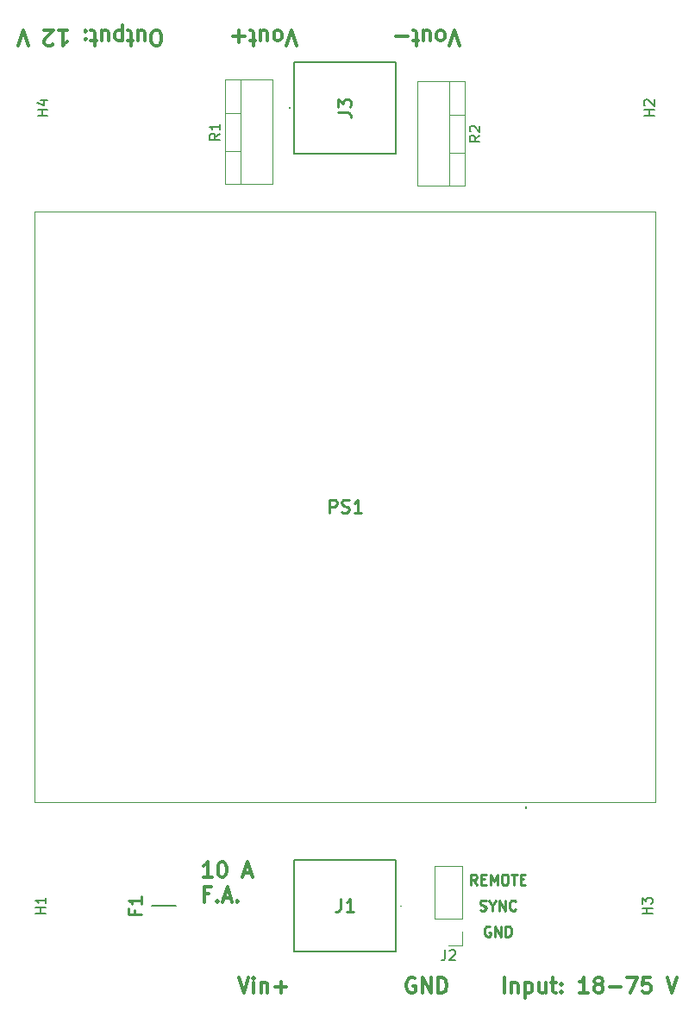
<source format=gbr>
%TF.GenerationSoftware,KiCad,Pcbnew,7.0.1*%
%TF.CreationDate,2023-05-04T12:41:10+02:00*%
%TF.ProjectId,traco_breakout_minimal,74726163-6f5f-4627-9265-616b6f75745f,rev?*%
%TF.SameCoordinates,Original*%
%TF.FileFunction,Legend,Top*%
%TF.FilePolarity,Positive*%
%FSLAX46Y46*%
G04 Gerber Fmt 4.6, Leading zero omitted, Abs format (unit mm)*
G04 Created by KiCad (PCBNEW 7.0.1) date 2023-05-04 12:41:10*
%MOMM*%
%LPD*%
G01*
G04 APERTURE LIST*
%ADD10C,0.300000*%
%ADD11C,0.250000*%
%ADD12C,0.150000*%
%ADD13C,0.254000*%
%ADD14C,0.120000*%
%ADD15C,0.100000*%
%ADD16C,0.200000*%
G04 APERTURE END LIST*
D10*
X120535714Y-146193928D02*
X121035714Y-147693928D01*
X121035714Y-147693928D02*
X121535714Y-146193928D01*
X122035713Y-147693928D02*
X122035713Y-146693928D01*
X122035713Y-146193928D02*
X121964285Y-146265357D01*
X121964285Y-146265357D02*
X122035713Y-146336785D01*
X122035713Y-146336785D02*
X122107142Y-146265357D01*
X122107142Y-146265357D02*
X122035713Y-146193928D01*
X122035713Y-146193928D02*
X122035713Y-146336785D01*
X122749999Y-146693928D02*
X122749999Y-147693928D01*
X122749999Y-146836785D02*
X122821428Y-146765357D01*
X122821428Y-146765357D02*
X122964285Y-146693928D01*
X122964285Y-146693928D02*
X123178571Y-146693928D01*
X123178571Y-146693928D02*
X123321428Y-146765357D01*
X123321428Y-146765357D02*
X123392857Y-146908214D01*
X123392857Y-146908214D02*
X123392857Y-147693928D01*
X124107142Y-147122500D02*
X125250000Y-147122500D01*
X124678571Y-147693928D02*
X124678571Y-146551071D01*
X137857143Y-146265357D02*
X137714286Y-146193928D01*
X137714286Y-146193928D02*
X137500000Y-146193928D01*
X137500000Y-146193928D02*
X137285714Y-146265357D01*
X137285714Y-146265357D02*
X137142857Y-146408214D01*
X137142857Y-146408214D02*
X137071428Y-146551071D01*
X137071428Y-146551071D02*
X137000000Y-146836785D01*
X137000000Y-146836785D02*
X137000000Y-147051071D01*
X137000000Y-147051071D02*
X137071428Y-147336785D01*
X137071428Y-147336785D02*
X137142857Y-147479642D01*
X137142857Y-147479642D02*
X137285714Y-147622500D01*
X137285714Y-147622500D02*
X137500000Y-147693928D01*
X137500000Y-147693928D02*
X137642857Y-147693928D01*
X137642857Y-147693928D02*
X137857143Y-147622500D01*
X137857143Y-147622500D02*
X137928571Y-147551071D01*
X137928571Y-147551071D02*
X137928571Y-147051071D01*
X137928571Y-147051071D02*
X137642857Y-147051071D01*
X138571428Y-147693928D02*
X138571428Y-146193928D01*
X138571428Y-146193928D02*
X139428571Y-147693928D01*
X139428571Y-147693928D02*
X139428571Y-146193928D01*
X140142857Y-147693928D02*
X140142857Y-146193928D01*
X140142857Y-146193928D02*
X140500000Y-146193928D01*
X140500000Y-146193928D02*
X140714286Y-146265357D01*
X140714286Y-146265357D02*
X140857143Y-146408214D01*
X140857143Y-146408214D02*
X140928572Y-146551071D01*
X140928572Y-146551071D02*
X141000000Y-146836785D01*
X141000000Y-146836785D02*
X141000000Y-147051071D01*
X141000000Y-147051071D02*
X140928572Y-147336785D01*
X140928572Y-147336785D02*
X140857143Y-147479642D01*
X140857143Y-147479642D02*
X140714286Y-147622500D01*
X140714286Y-147622500D02*
X140500000Y-147693928D01*
X140500000Y-147693928D02*
X140142857Y-147693928D01*
X142214285Y-54806071D02*
X141714285Y-53306071D01*
X141714285Y-53306071D02*
X141214285Y-54806071D01*
X140500000Y-53306071D02*
X140642857Y-53377500D01*
X140642857Y-53377500D02*
X140714286Y-53448928D01*
X140714286Y-53448928D02*
X140785714Y-53591785D01*
X140785714Y-53591785D02*
X140785714Y-54020357D01*
X140785714Y-54020357D02*
X140714286Y-54163214D01*
X140714286Y-54163214D02*
X140642857Y-54234642D01*
X140642857Y-54234642D02*
X140500000Y-54306071D01*
X140500000Y-54306071D02*
X140285714Y-54306071D01*
X140285714Y-54306071D02*
X140142857Y-54234642D01*
X140142857Y-54234642D02*
X140071429Y-54163214D01*
X140071429Y-54163214D02*
X140000000Y-54020357D01*
X140000000Y-54020357D02*
X140000000Y-53591785D01*
X140000000Y-53591785D02*
X140071429Y-53448928D01*
X140071429Y-53448928D02*
X140142857Y-53377500D01*
X140142857Y-53377500D02*
X140285714Y-53306071D01*
X140285714Y-53306071D02*
X140500000Y-53306071D01*
X138714286Y-54306071D02*
X138714286Y-53306071D01*
X139357143Y-54306071D02*
X139357143Y-53520357D01*
X139357143Y-53520357D02*
X139285714Y-53377500D01*
X139285714Y-53377500D02*
X139142857Y-53306071D01*
X139142857Y-53306071D02*
X138928571Y-53306071D01*
X138928571Y-53306071D02*
X138785714Y-53377500D01*
X138785714Y-53377500D02*
X138714286Y-53448928D01*
X138214285Y-54306071D02*
X137642857Y-54306071D01*
X138000000Y-54806071D02*
X138000000Y-53520357D01*
X138000000Y-53520357D02*
X137928571Y-53377500D01*
X137928571Y-53377500D02*
X137785714Y-53306071D01*
X137785714Y-53306071D02*
X137642857Y-53306071D01*
X137142857Y-53877500D02*
X136000000Y-53877500D01*
D11*
X144261905Y-139565000D02*
X144404762Y-139612619D01*
X144404762Y-139612619D02*
X144642857Y-139612619D01*
X144642857Y-139612619D02*
X144738095Y-139565000D01*
X144738095Y-139565000D02*
X144785714Y-139517380D01*
X144785714Y-139517380D02*
X144833333Y-139422142D01*
X144833333Y-139422142D02*
X144833333Y-139326904D01*
X144833333Y-139326904D02*
X144785714Y-139231666D01*
X144785714Y-139231666D02*
X144738095Y-139184047D01*
X144738095Y-139184047D02*
X144642857Y-139136428D01*
X144642857Y-139136428D02*
X144452381Y-139088809D01*
X144452381Y-139088809D02*
X144357143Y-139041190D01*
X144357143Y-139041190D02*
X144309524Y-138993571D01*
X144309524Y-138993571D02*
X144261905Y-138898333D01*
X144261905Y-138898333D02*
X144261905Y-138803095D01*
X144261905Y-138803095D02*
X144309524Y-138707857D01*
X144309524Y-138707857D02*
X144357143Y-138660238D01*
X144357143Y-138660238D02*
X144452381Y-138612619D01*
X144452381Y-138612619D02*
X144690476Y-138612619D01*
X144690476Y-138612619D02*
X144833333Y-138660238D01*
X145452381Y-139136428D02*
X145452381Y-139612619D01*
X145119048Y-138612619D02*
X145452381Y-139136428D01*
X145452381Y-139136428D02*
X145785714Y-138612619D01*
X146119048Y-139612619D02*
X146119048Y-138612619D01*
X146119048Y-138612619D02*
X146690476Y-139612619D01*
X146690476Y-139612619D02*
X146690476Y-138612619D01*
X147738095Y-139517380D02*
X147690476Y-139565000D01*
X147690476Y-139565000D02*
X147547619Y-139612619D01*
X147547619Y-139612619D02*
X147452381Y-139612619D01*
X147452381Y-139612619D02*
X147309524Y-139565000D01*
X147309524Y-139565000D02*
X147214286Y-139469761D01*
X147214286Y-139469761D02*
X147166667Y-139374523D01*
X147166667Y-139374523D02*
X147119048Y-139184047D01*
X147119048Y-139184047D02*
X147119048Y-139041190D01*
X147119048Y-139041190D02*
X147166667Y-138850714D01*
X147166667Y-138850714D02*
X147214286Y-138755476D01*
X147214286Y-138755476D02*
X147309524Y-138660238D01*
X147309524Y-138660238D02*
X147452381Y-138612619D01*
X147452381Y-138612619D02*
X147547619Y-138612619D01*
X147547619Y-138612619D02*
X147690476Y-138660238D01*
X147690476Y-138660238D02*
X147738095Y-138707857D01*
X143928571Y-137072619D02*
X143595238Y-136596428D01*
X143357143Y-137072619D02*
X143357143Y-136072619D01*
X143357143Y-136072619D02*
X143738095Y-136072619D01*
X143738095Y-136072619D02*
X143833333Y-136120238D01*
X143833333Y-136120238D02*
X143880952Y-136167857D01*
X143880952Y-136167857D02*
X143928571Y-136263095D01*
X143928571Y-136263095D02*
X143928571Y-136405952D01*
X143928571Y-136405952D02*
X143880952Y-136501190D01*
X143880952Y-136501190D02*
X143833333Y-136548809D01*
X143833333Y-136548809D02*
X143738095Y-136596428D01*
X143738095Y-136596428D02*
X143357143Y-136596428D01*
X144357143Y-136548809D02*
X144690476Y-136548809D01*
X144833333Y-137072619D02*
X144357143Y-137072619D01*
X144357143Y-137072619D02*
X144357143Y-136072619D01*
X144357143Y-136072619D02*
X144833333Y-136072619D01*
X145261905Y-137072619D02*
X145261905Y-136072619D01*
X145261905Y-136072619D02*
X145595238Y-136786904D01*
X145595238Y-136786904D02*
X145928571Y-136072619D01*
X145928571Y-136072619D02*
X145928571Y-137072619D01*
X146595238Y-136072619D02*
X146785714Y-136072619D01*
X146785714Y-136072619D02*
X146880952Y-136120238D01*
X146880952Y-136120238D02*
X146976190Y-136215476D01*
X146976190Y-136215476D02*
X147023809Y-136405952D01*
X147023809Y-136405952D02*
X147023809Y-136739285D01*
X147023809Y-136739285D02*
X146976190Y-136929761D01*
X146976190Y-136929761D02*
X146880952Y-137025000D01*
X146880952Y-137025000D02*
X146785714Y-137072619D01*
X146785714Y-137072619D02*
X146595238Y-137072619D01*
X146595238Y-137072619D02*
X146500000Y-137025000D01*
X146500000Y-137025000D02*
X146404762Y-136929761D01*
X146404762Y-136929761D02*
X146357143Y-136739285D01*
X146357143Y-136739285D02*
X146357143Y-136405952D01*
X146357143Y-136405952D02*
X146404762Y-136215476D01*
X146404762Y-136215476D02*
X146500000Y-136120238D01*
X146500000Y-136120238D02*
X146595238Y-136072619D01*
X147309524Y-136072619D02*
X147880952Y-136072619D01*
X147595238Y-137072619D02*
X147595238Y-136072619D01*
X148214286Y-136548809D02*
X148547619Y-136548809D01*
X148690476Y-137072619D02*
X148214286Y-137072619D01*
X148214286Y-137072619D02*
X148214286Y-136072619D01*
X148214286Y-136072619D02*
X148690476Y-136072619D01*
D10*
X117932857Y-136336428D02*
X117075714Y-136336428D01*
X117504285Y-136336428D02*
X117504285Y-134836428D01*
X117504285Y-134836428D02*
X117361428Y-135050714D01*
X117361428Y-135050714D02*
X117218571Y-135193571D01*
X117218571Y-135193571D02*
X117075714Y-135265000D01*
X118861428Y-134836428D02*
X119004285Y-134836428D01*
X119004285Y-134836428D02*
X119147142Y-134907857D01*
X119147142Y-134907857D02*
X119218571Y-134979285D01*
X119218571Y-134979285D02*
X119289999Y-135122142D01*
X119289999Y-135122142D02*
X119361428Y-135407857D01*
X119361428Y-135407857D02*
X119361428Y-135765000D01*
X119361428Y-135765000D02*
X119289999Y-136050714D01*
X119289999Y-136050714D02*
X119218571Y-136193571D01*
X119218571Y-136193571D02*
X119147142Y-136265000D01*
X119147142Y-136265000D02*
X119004285Y-136336428D01*
X119004285Y-136336428D02*
X118861428Y-136336428D01*
X118861428Y-136336428D02*
X118718571Y-136265000D01*
X118718571Y-136265000D02*
X118647142Y-136193571D01*
X118647142Y-136193571D02*
X118575713Y-136050714D01*
X118575713Y-136050714D02*
X118504285Y-135765000D01*
X118504285Y-135765000D02*
X118504285Y-135407857D01*
X118504285Y-135407857D02*
X118575713Y-135122142D01*
X118575713Y-135122142D02*
X118647142Y-134979285D01*
X118647142Y-134979285D02*
X118718571Y-134907857D01*
X118718571Y-134907857D02*
X118861428Y-134836428D01*
X121075713Y-135907857D02*
X121789999Y-135907857D01*
X120932856Y-136336428D02*
X121432856Y-134836428D01*
X121432856Y-134836428D02*
X121932856Y-136336428D01*
X117647142Y-137980714D02*
X117147142Y-137980714D01*
X117147142Y-138766428D02*
X117147142Y-137266428D01*
X117147142Y-137266428D02*
X117861428Y-137266428D01*
X118432856Y-138623571D02*
X118504285Y-138695000D01*
X118504285Y-138695000D02*
X118432856Y-138766428D01*
X118432856Y-138766428D02*
X118361428Y-138695000D01*
X118361428Y-138695000D02*
X118432856Y-138623571D01*
X118432856Y-138623571D02*
X118432856Y-138766428D01*
X119075714Y-138337857D02*
X119790000Y-138337857D01*
X118932857Y-138766428D02*
X119432857Y-137266428D01*
X119432857Y-137266428D02*
X119932857Y-138766428D01*
X120432856Y-138623571D02*
X120504285Y-138695000D01*
X120504285Y-138695000D02*
X120432856Y-138766428D01*
X120432856Y-138766428D02*
X120361428Y-138695000D01*
X120361428Y-138695000D02*
X120432856Y-138623571D01*
X120432856Y-138623571D02*
X120432856Y-138766428D01*
D11*
X145238095Y-141200238D02*
X145142857Y-141152619D01*
X145142857Y-141152619D02*
X145000000Y-141152619D01*
X145000000Y-141152619D02*
X144857143Y-141200238D01*
X144857143Y-141200238D02*
X144761905Y-141295476D01*
X144761905Y-141295476D02*
X144714286Y-141390714D01*
X144714286Y-141390714D02*
X144666667Y-141581190D01*
X144666667Y-141581190D02*
X144666667Y-141724047D01*
X144666667Y-141724047D02*
X144714286Y-141914523D01*
X144714286Y-141914523D02*
X144761905Y-142009761D01*
X144761905Y-142009761D02*
X144857143Y-142105000D01*
X144857143Y-142105000D02*
X145000000Y-142152619D01*
X145000000Y-142152619D02*
X145095238Y-142152619D01*
X145095238Y-142152619D02*
X145238095Y-142105000D01*
X145238095Y-142105000D02*
X145285714Y-142057380D01*
X145285714Y-142057380D02*
X145285714Y-141724047D01*
X145285714Y-141724047D02*
X145095238Y-141724047D01*
X145714286Y-142152619D02*
X145714286Y-141152619D01*
X145714286Y-141152619D02*
X146285714Y-142152619D01*
X146285714Y-142152619D02*
X146285714Y-141152619D01*
X146761905Y-142152619D02*
X146761905Y-141152619D01*
X146761905Y-141152619D02*
X147000000Y-141152619D01*
X147000000Y-141152619D02*
X147142857Y-141200238D01*
X147142857Y-141200238D02*
X147238095Y-141295476D01*
X147238095Y-141295476D02*
X147285714Y-141390714D01*
X147285714Y-141390714D02*
X147333333Y-141581190D01*
X147333333Y-141581190D02*
X147333333Y-141724047D01*
X147333333Y-141724047D02*
X147285714Y-141914523D01*
X147285714Y-141914523D02*
X147238095Y-142009761D01*
X147238095Y-142009761D02*
X147142857Y-142105000D01*
X147142857Y-142105000D02*
X147000000Y-142152619D01*
X147000000Y-142152619D02*
X146761905Y-142152619D01*
D10*
X112607142Y-54806071D02*
X112321428Y-54806071D01*
X112321428Y-54806071D02*
X112178571Y-54734642D01*
X112178571Y-54734642D02*
X112035714Y-54591785D01*
X112035714Y-54591785D02*
X111964285Y-54306071D01*
X111964285Y-54306071D02*
X111964285Y-53806071D01*
X111964285Y-53806071D02*
X112035714Y-53520357D01*
X112035714Y-53520357D02*
X112178571Y-53377500D01*
X112178571Y-53377500D02*
X112321428Y-53306071D01*
X112321428Y-53306071D02*
X112607142Y-53306071D01*
X112607142Y-53306071D02*
X112750000Y-53377500D01*
X112750000Y-53377500D02*
X112892857Y-53520357D01*
X112892857Y-53520357D02*
X112964285Y-53806071D01*
X112964285Y-53806071D02*
X112964285Y-54306071D01*
X112964285Y-54306071D02*
X112892857Y-54591785D01*
X112892857Y-54591785D02*
X112750000Y-54734642D01*
X112750000Y-54734642D02*
X112607142Y-54806071D01*
X110678571Y-54306071D02*
X110678571Y-53306071D01*
X111321428Y-54306071D02*
X111321428Y-53520357D01*
X111321428Y-53520357D02*
X111249999Y-53377500D01*
X111249999Y-53377500D02*
X111107142Y-53306071D01*
X111107142Y-53306071D02*
X110892856Y-53306071D01*
X110892856Y-53306071D02*
X110749999Y-53377500D01*
X110749999Y-53377500D02*
X110678571Y-53448928D01*
X110178570Y-54306071D02*
X109607142Y-54306071D01*
X109964285Y-54806071D02*
X109964285Y-53520357D01*
X109964285Y-53520357D02*
X109892856Y-53377500D01*
X109892856Y-53377500D02*
X109749999Y-53306071D01*
X109749999Y-53306071D02*
X109607142Y-53306071D01*
X109107142Y-54306071D02*
X109107142Y-52806071D01*
X109107142Y-54234642D02*
X108964285Y-54306071D01*
X108964285Y-54306071D02*
X108678570Y-54306071D01*
X108678570Y-54306071D02*
X108535713Y-54234642D01*
X108535713Y-54234642D02*
X108464285Y-54163214D01*
X108464285Y-54163214D02*
X108392856Y-54020357D01*
X108392856Y-54020357D02*
X108392856Y-53591785D01*
X108392856Y-53591785D02*
X108464285Y-53448928D01*
X108464285Y-53448928D02*
X108535713Y-53377500D01*
X108535713Y-53377500D02*
X108678570Y-53306071D01*
X108678570Y-53306071D02*
X108964285Y-53306071D01*
X108964285Y-53306071D02*
X109107142Y-53377500D01*
X107107142Y-54306071D02*
X107107142Y-53306071D01*
X107749999Y-54306071D02*
X107749999Y-53520357D01*
X107749999Y-53520357D02*
X107678570Y-53377500D01*
X107678570Y-53377500D02*
X107535713Y-53306071D01*
X107535713Y-53306071D02*
X107321427Y-53306071D01*
X107321427Y-53306071D02*
X107178570Y-53377500D01*
X107178570Y-53377500D02*
X107107142Y-53448928D01*
X106607141Y-54306071D02*
X106035713Y-54306071D01*
X106392856Y-54806071D02*
X106392856Y-53520357D01*
X106392856Y-53520357D02*
X106321427Y-53377500D01*
X106321427Y-53377500D02*
X106178570Y-53306071D01*
X106178570Y-53306071D02*
X106035713Y-53306071D01*
X105535713Y-53448928D02*
X105464284Y-53377500D01*
X105464284Y-53377500D02*
X105535713Y-53306071D01*
X105535713Y-53306071D02*
X105607141Y-53377500D01*
X105607141Y-53377500D02*
X105535713Y-53448928D01*
X105535713Y-53448928D02*
X105535713Y-53306071D01*
X105535713Y-54234642D02*
X105464284Y-54163214D01*
X105464284Y-54163214D02*
X105535713Y-54091785D01*
X105535713Y-54091785D02*
X105607141Y-54163214D01*
X105607141Y-54163214D02*
X105535713Y-54234642D01*
X105535713Y-54234642D02*
X105535713Y-54091785D01*
X102892855Y-53306071D02*
X103749998Y-53306071D01*
X103321427Y-53306071D02*
X103321427Y-54806071D01*
X103321427Y-54806071D02*
X103464284Y-54591785D01*
X103464284Y-54591785D02*
X103607141Y-54448928D01*
X103607141Y-54448928D02*
X103749998Y-54377500D01*
X102321427Y-54663214D02*
X102249999Y-54734642D01*
X102249999Y-54734642D02*
X102107142Y-54806071D01*
X102107142Y-54806071D02*
X101749999Y-54806071D01*
X101749999Y-54806071D02*
X101607142Y-54734642D01*
X101607142Y-54734642D02*
X101535713Y-54663214D01*
X101535713Y-54663214D02*
X101464284Y-54520357D01*
X101464284Y-54520357D02*
X101464284Y-54377500D01*
X101464284Y-54377500D02*
X101535713Y-54163214D01*
X101535713Y-54163214D02*
X102392856Y-53306071D01*
X102392856Y-53306071D02*
X101464284Y-53306071D01*
X99892856Y-54806071D02*
X99392856Y-53306071D01*
X99392856Y-53306071D02*
X98892856Y-54806071D01*
X146607143Y-147693928D02*
X146607143Y-146193928D01*
X147321429Y-146693928D02*
X147321429Y-147693928D01*
X147321429Y-146836785D02*
X147392858Y-146765357D01*
X147392858Y-146765357D02*
X147535715Y-146693928D01*
X147535715Y-146693928D02*
X147750001Y-146693928D01*
X147750001Y-146693928D02*
X147892858Y-146765357D01*
X147892858Y-146765357D02*
X147964287Y-146908214D01*
X147964287Y-146908214D02*
X147964287Y-147693928D01*
X148678572Y-146693928D02*
X148678572Y-148193928D01*
X148678572Y-146765357D02*
X148821430Y-146693928D01*
X148821430Y-146693928D02*
X149107144Y-146693928D01*
X149107144Y-146693928D02*
X149250001Y-146765357D01*
X149250001Y-146765357D02*
X149321430Y-146836785D01*
X149321430Y-146836785D02*
X149392858Y-146979642D01*
X149392858Y-146979642D02*
X149392858Y-147408214D01*
X149392858Y-147408214D02*
X149321430Y-147551071D01*
X149321430Y-147551071D02*
X149250001Y-147622500D01*
X149250001Y-147622500D02*
X149107144Y-147693928D01*
X149107144Y-147693928D02*
X148821430Y-147693928D01*
X148821430Y-147693928D02*
X148678572Y-147622500D01*
X150678573Y-146693928D02*
X150678573Y-147693928D01*
X150035715Y-146693928D02*
X150035715Y-147479642D01*
X150035715Y-147479642D02*
X150107144Y-147622500D01*
X150107144Y-147622500D02*
X150250001Y-147693928D01*
X150250001Y-147693928D02*
X150464287Y-147693928D01*
X150464287Y-147693928D02*
X150607144Y-147622500D01*
X150607144Y-147622500D02*
X150678573Y-147551071D01*
X151178573Y-146693928D02*
X151750001Y-146693928D01*
X151392858Y-146193928D02*
X151392858Y-147479642D01*
X151392858Y-147479642D02*
X151464287Y-147622500D01*
X151464287Y-147622500D02*
X151607144Y-147693928D01*
X151607144Y-147693928D02*
X151750001Y-147693928D01*
X152250001Y-147551071D02*
X152321430Y-147622500D01*
X152321430Y-147622500D02*
X152250001Y-147693928D01*
X152250001Y-147693928D02*
X152178573Y-147622500D01*
X152178573Y-147622500D02*
X152250001Y-147551071D01*
X152250001Y-147551071D02*
X152250001Y-147693928D01*
X152250001Y-146765357D02*
X152321430Y-146836785D01*
X152321430Y-146836785D02*
X152250001Y-146908214D01*
X152250001Y-146908214D02*
X152178573Y-146836785D01*
X152178573Y-146836785D02*
X152250001Y-146765357D01*
X152250001Y-146765357D02*
X152250001Y-146908214D01*
X154892859Y-147693928D02*
X154035716Y-147693928D01*
X154464287Y-147693928D02*
X154464287Y-146193928D01*
X154464287Y-146193928D02*
X154321430Y-146408214D01*
X154321430Y-146408214D02*
X154178573Y-146551071D01*
X154178573Y-146551071D02*
X154035716Y-146622500D01*
X155750001Y-146836785D02*
X155607144Y-146765357D01*
X155607144Y-146765357D02*
X155535715Y-146693928D01*
X155535715Y-146693928D02*
X155464287Y-146551071D01*
X155464287Y-146551071D02*
X155464287Y-146479642D01*
X155464287Y-146479642D02*
X155535715Y-146336785D01*
X155535715Y-146336785D02*
X155607144Y-146265357D01*
X155607144Y-146265357D02*
X155750001Y-146193928D01*
X155750001Y-146193928D02*
X156035715Y-146193928D01*
X156035715Y-146193928D02*
X156178573Y-146265357D01*
X156178573Y-146265357D02*
X156250001Y-146336785D01*
X156250001Y-146336785D02*
X156321430Y-146479642D01*
X156321430Y-146479642D02*
X156321430Y-146551071D01*
X156321430Y-146551071D02*
X156250001Y-146693928D01*
X156250001Y-146693928D02*
X156178573Y-146765357D01*
X156178573Y-146765357D02*
X156035715Y-146836785D01*
X156035715Y-146836785D02*
X155750001Y-146836785D01*
X155750001Y-146836785D02*
X155607144Y-146908214D01*
X155607144Y-146908214D02*
X155535715Y-146979642D01*
X155535715Y-146979642D02*
X155464287Y-147122500D01*
X155464287Y-147122500D02*
X155464287Y-147408214D01*
X155464287Y-147408214D02*
X155535715Y-147551071D01*
X155535715Y-147551071D02*
X155607144Y-147622500D01*
X155607144Y-147622500D02*
X155750001Y-147693928D01*
X155750001Y-147693928D02*
X156035715Y-147693928D01*
X156035715Y-147693928D02*
X156178573Y-147622500D01*
X156178573Y-147622500D02*
X156250001Y-147551071D01*
X156250001Y-147551071D02*
X156321430Y-147408214D01*
X156321430Y-147408214D02*
X156321430Y-147122500D01*
X156321430Y-147122500D02*
X156250001Y-146979642D01*
X156250001Y-146979642D02*
X156178573Y-146908214D01*
X156178573Y-146908214D02*
X156035715Y-146836785D01*
X156964286Y-147122500D02*
X158107144Y-147122500D01*
X158678572Y-146193928D02*
X159678572Y-146193928D01*
X159678572Y-146193928D02*
X159035715Y-147693928D01*
X160964286Y-146193928D02*
X160250000Y-146193928D01*
X160250000Y-146193928D02*
X160178572Y-146908214D01*
X160178572Y-146908214D02*
X160250000Y-146836785D01*
X160250000Y-146836785D02*
X160392858Y-146765357D01*
X160392858Y-146765357D02*
X160750000Y-146765357D01*
X160750000Y-146765357D02*
X160892858Y-146836785D01*
X160892858Y-146836785D02*
X160964286Y-146908214D01*
X160964286Y-146908214D02*
X161035715Y-147051071D01*
X161035715Y-147051071D02*
X161035715Y-147408214D01*
X161035715Y-147408214D02*
X160964286Y-147551071D01*
X160964286Y-147551071D02*
X160892858Y-147622500D01*
X160892858Y-147622500D02*
X160750000Y-147693928D01*
X160750000Y-147693928D02*
X160392858Y-147693928D01*
X160392858Y-147693928D02*
X160250000Y-147622500D01*
X160250000Y-147622500D02*
X160178572Y-147551071D01*
X162607143Y-146193928D02*
X163107143Y-147693928D01*
X163107143Y-147693928D02*
X163607143Y-146193928D01*
X126214285Y-54806071D02*
X125714285Y-53306071D01*
X125714285Y-53306071D02*
X125214285Y-54806071D01*
X124500000Y-53306071D02*
X124642857Y-53377500D01*
X124642857Y-53377500D02*
X124714286Y-53448928D01*
X124714286Y-53448928D02*
X124785714Y-53591785D01*
X124785714Y-53591785D02*
X124785714Y-54020357D01*
X124785714Y-54020357D02*
X124714286Y-54163214D01*
X124714286Y-54163214D02*
X124642857Y-54234642D01*
X124642857Y-54234642D02*
X124500000Y-54306071D01*
X124500000Y-54306071D02*
X124285714Y-54306071D01*
X124285714Y-54306071D02*
X124142857Y-54234642D01*
X124142857Y-54234642D02*
X124071429Y-54163214D01*
X124071429Y-54163214D02*
X124000000Y-54020357D01*
X124000000Y-54020357D02*
X124000000Y-53591785D01*
X124000000Y-53591785D02*
X124071429Y-53448928D01*
X124071429Y-53448928D02*
X124142857Y-53377500D01*
X124142857Y-53377500D02*
X124285714Y-53306071D01*
X124285714Y-53306071D02*
X124500000Y-53306071D01*
X122714286Y-54306071D02*
X122714286Y-53306071D01*
X123357143Y-54306071D02*
X123357143Y-53520357D01*
X123357143Y-53520357D02*
X123285714Y-53377500D01*
X123285714Y-53377500D02*
X123142857Y-53306071D01*
X123142857Y-53306071D02*
X122928571Y-53306071D01*
X122928571Y-53306071D02*
X122785714Y-53377500D01*
X122785714Y-53377500D02*
X122714286Y-53448928D01*
X122214285Y-54306071D02*
X121642857Y-54306071D01*
X122000000Y-54806071D02*
X122000000Y-53520357D01*
X122000000Y-53520357D02*
X121928571Y-53377500D01*
X121928571Y-53377500D02*
X121785714Y-53306071D01*
X121785714Y-53306071D02*
X121642857Y-53306071D01*
X121142857Y-53877500D02*
X120000000Y-53877500D01*
X120571428Y-53306071D02*
X120571428Y-54448928D01*
D12*
%TO.C,J2*%
X140826666Y-143482619D02*
X140826666Y-144196904D01*
X140826666Y-144196904D02*
X140779047Y-144339761D01*
X140779047Y-144339761D02*
X140683809Y-144435000D01*
X140683809Y-144435000D02*
X140540952Y-144482619D01*
X140540952Y-144482619D02*
X140445714Y-144482619D01*
X141255238Y-143577857D02*
X141302857Y-143530238D01*
X141302857Y-143530238D02*
X141398095Y-143482619D01*
X141398095Y-143482619D02*
X141636190Y-143482619D01*
X141636190Y-143482619D02*
X141731428Y-143530238D01*
X141731428Y-143530238D02*
X141779047Y-143577857D01*
X141779047Y-143577857D02*
X141826666Y-143673095D01*
X141826666Y-143673095D02*
X141826666Y-143768333D01*
X141826666Y-143768333D02*
X141779047Y-143911190D01*
X141779047Y-143911190D02*
X141207619Y-144482619D01*
X141207619Y-144482619D02*
X141826666Y-144482619D01*
D13*
%TO.C,J3*%
X130317526Y-61313332D02*
X131224669Y-61313332D01*
X131224669Y-61313332D02*
X131406097Y-61373809D01*
X131406097Y-61373809D02*
X131527050Y-61494761D01*
X131527050Y-61494761D02*
X131587526Y-61676190D01*
X131587526Y-61676190D02*
X131587526Y-61797142D01*
X130317526Y-60829523D02*
X130317526Y-60043332D01*
X130317526Y-60043332D02*
X130801335Y-60466666D01*
X130801335Y-60466666D02*
X130801335Y-60285237D01*
X130801335Y-60285237D02*
X130861811Y-60164285D01*
X130861811Y-60164285D02*
X130922288Y-60103809D01*
X130922288Y-60103809D02*
X131043240Y-60043332D01*
X131043240Y-60043332D02*
X131345621Y-60043332D01*
X131345621Y-60043332D02*
X131466573Y-60103809D01*
X131466573Y-60103809D02*
X131527050Y-60164285D01*
X131527050Y-60164285D02*
X131587526Y-60285237D01*
X131587526Y-60285237D02*
X131587526Y-60648094D01*
X131587526Y-60648094D02*
X131527050Y-60769047D01*
X131527050Y-60769047D02*
X131466573Y-60829523D01*
D12*
%TO.C,H3*%
X161172619Y-139921904D02*
X160172619Y-139921904D01*
X160648809Y-139921904D02*
X160648809Y-139350476D01*
X161172619Y-139350476D02*
X160172619Y-139350476D01*
X160172619Y-138969523D02*
X160172619Y-138350476D01*
X160172619Y-138350476D02*
X160553571Y-138683809D01*
X160553571Y-138683809D02*
X160553571Y-138540952D01*
X160553571Y-138540952D02*
X160601190Y-138445714D01*
X160601190Y-138445714D02*
X160648809Y-138398095D01*
X160648809Y-138398095D02*
X160744047Y-138350476D01*
X160744047Y-138350476D02*
X160982142Y-138350476D01*
X160982142Y-138350476D02*
X161077380Y-138398095D01*
X161077380Y-138398095D02*
X161125000Y-138445714D01*
X161125000Y-138445714D02*
X161172619Y-138540952D01*
X161172619Y-138540952D02*
X161172619Y-138826666D01*
X161172619Y-138826666D02*
X161125000Y-138921904D01*
X161125000Y-138921904D02*
X161077380Y-138969523D01*
D13*
%TO.C,J1*%
X130576667Y-138467526D02*
X130576667Y-139374669D01*
X130576667Y-139374669D02*
X130516190Y-139556097D01*
X130516190Y-139556097D02*
X130395238Y-139677050D01*
X130395238Y-139677050D02*
X130213809Y-139737526D01*
X130213809Y-139737526D02*
X130092857Y-139737526D01*
X131846667Y-139737526D02*
X131120952Y-139737526D01*
X131483809Y-139737526D02*
X131483809Y-138467526D01*
X131483809Y-138467526D02*
X131362857Y-138648954D01*
X131362857Y-138648954D02*
X131241905Y-138769907D01*
X131241905Y-138769907D02*
X131120952Y-138830383D01*
%TO.C,PS1*%
X129457856Y-100587526D02*
X129457856Y-99317526D01*
X129457856Y-99317526D02*
X129941666Y-99317526D01*
X129941666Y-99317526D02*
X130062618Y-99378002D01*
X130062618Y-99378002D02*
X130123095Y-99438478D01*
X130123095Y-99438478D02*
X130183571Y-99559430D01*
X130183571Y-99559430D02*
X130183571Y-99740859D01*
X130183571Y-99740859D02*
X130123095Y-99861811D01*
X130123095Y-99861811D02*
X130062618Y-99922288D01*
X130062618Y-99922288D02*
X129941666Y-99982764D01*
X129941666Y-99982764D02*
X129457856Y-99982764D01*
X130667380Y-100527050D02*
X130848809Y-100587526D01*
X130848809Y-100587526D02*
X131151190Y-100587526D01*
X131151190Y-100587526D02*
X131272142Y-100527050D01*
X131272142Y-100527050D02*
X131332618Y-100466573D01*
X131332618Y-100466573D02*
X131393095Y-100345621D01*
X131393095Y-100345621D02*
X131393095Y-100224669D01*
X131393095Y-100224669D02*
X131332618Y-100103716D01*
X131332618Y-100103716D02*
X131272142Y-100043240D01*
X131272142Y-100043240D02*
X131151190Y-99982764D01*
X131151190Y-99982764D02*
X130909285Y-99922288D01*
X130909285Y-99922288D02*
X130788333Y-99861811D01*
X130788333Y-99861811D02*
X130727856Y-99801335D01*
X130727856Y-99801335D02*
X130667380Y-99680383D01*
X130667380Y-99680383D02*
X130667380Y-99559430D01*
X130667380Y-99559430D02*
X130727856Y-99438478D01*
X130727856Y-99438478D02*
X130788333Y-99378002D01*
X130788333Y-99378002D02*
X130909285Y-99317526D01*
X130909285Y-99317526D02*
X131211666Y-99317526D01*
X131211666Y-99317526D02*
X131393095Y-99378002D01*
X132602619Y-100587526D02*
X131876904Y-100587526D01*
X132239761Y-100587526D02*
X132239761Y-99317526D01*
X132239761Y-99317526D02*
X132118809Y-99498954D01*
X132118809Y-99498954D02*
X131997857Y-99619907D01*
X131997857Y-99619907D02*
X131876904Y-99680383D01*
%TO.C,F1*%
X110352288Y-139563332D02*
X110352288Y-139986666D01*
X111017526Y-139986666D02*
X109747526Y-139986666D01*
X109747526Y-139986666D02*
X109747526Y-139381904D01*
X111017526Y-138232856D02*
X111017526Y-138958571D01*
X111017526Y-138595714D02*
X109747526Y-138595714D01*
X109747526Y-138595714D02*
X109928954Y-138716666D01*
X109928954Y-138716666D02*
X110049907Y-138837618D01*
X110049907Y-138837618D02*
X110110383Y-138958571D01*
D12*
%TO.C,H2*%
X161352619Y-61661904D02*
X160352619Y-61661904D01*
X160828809Y-61661904D02*
X160828809Y-61090476D01*
X161352619Y-61090476D02*
X160352619Y-61090476D01*
X160447857Y-60661904D02*
X160400238Y-60614285D01*
X160400238Y-60614285D02*
X160352619Y-60519047D01*
X160352619Y-60519047D02*
X160352619Y-60280952D01*
X160352619Y-60280952D02*
X160400238Y-60185714D01*
X160400238Y-60185714D02*
X160447857Y-60138095D01*
X160447857Y-60138095D02*
X160543095Y-60090476D01*
X160543095Y-60090476D02*
X160638333Y-60090476D01*
X160638333Y-60090476D02*
X160781190Y-60138095D01*
X160781190Y-60138095D02*
X161352619Y-60709523D01*
X161352619Y-60709523D02*
X161352619Y-60090476D01*
%TO.C,R1*%
X118692619Y-63426666D02*
X118216428Y-63759999D01*
X118692619Y-63998094D02*
X117692619Y-63998094D01*
X117692619Y-63998094D02*
X117692619Y-63617142D01*
X117692619Y-63617142D02*
X117740238Y-63521904D01*
X117740238Y-63521904D02*
X117787857Y-63474285D01*
X117787857Y-63474285D02*
X117883095Y-63426666D01*
X117883095Y-63426666D02*
X118025952Y-63426666D01*
X118025952Y-63426666D02*
X118121190Y-63474285D01*
X118121190Y-63474285D02*
X118168809Y-63521904D01*
X118168809Y-63521904D02*
X118216428Y-63617142D01*
X118216428Y-63617142D02*
X118216428Y-63998094D01*
X118692619Y-62474285D02*
X118692619Y-63045713D01*
X118692619Y-62759999D02*
X117692619Y-62759999D01*
X117692619Y-62759999D02*
X117835476Y-62855237D01*
X117835476Y-62855237D02*
X117930714Y-62950475D01*
X117930714Y-62950475D02*
X117978333Y-63045713D01*
%TO.C,R2*%
X144232619Y-63606666D02*
X143756428Y-63939999D01*
X144232619Y-64178094D02*
X143232619Y-64178094D01*
X143232619Y-64178094D02*
X143232619Y-63797142D01*
X143232619Y-63797142D02*
X143280238Y-63701904D01*
X143280238Y-63701904D02*
X143327857Y-63654285D01*
X143327857Y-63654285D02*
X143423095Y-63606666D01*
X143423095Y-63606666D02*
X143565952Y-63606666D01*
X143565952Y-63606666D02*
X143661190Y-63654285D01*
X143661190Y-63654285D02*
X143708809Y-63701904D01*
X143708809Y-63701904D02*
X143756428Y-63797142D01*
X143756428Y-63797142D02*
X143756428Y-64178094D01*
X143327857Y-63225713D02*
X143280238Y-63178094D01*
X143280238Y-63178094D02*
X143232619Y-63082856D01*
X143232619Y-63082856D02*
X143232619Y-62844761D01*
X143232619Y-62844761D02*
X143280238Y-62749523D01*
X143280238Y-62749523D02*
X143327857Y-62701904D01*
X143327857Y-62701904D02*
X143423095Y-62654285D01*
X143423095Y-62654285D02*
X143518333Y-62654285D01*
X143518333Y-62654285D02*
X143661190Y-62701904D01*
X143661190Y-62701904D02*
X144232619Y-63273332D01*
X144232619Y-63273332D02*
X144232619Y-62654285D01*
%TO.C,H1*%
X101612619Y-139911904D02*
X100612619Y-139911904D01*
X101088809Y-139911904D02*
X101088809Y-139340476D01*
X101612619Y-139340476D02*
X100612619Y-139340476D01*
X101612619Y-138340476D02*
X101612619Y-138911904D01*
X101612619Y-138626190D02*
X100612619Y-138626190D01*
X100612619Y-138626190D02*
X100755476Y-138721428D01*
X100755476Y-138721428D02*
X100850714Y-138816666D01*
X100850714Y-138816666D02*
X100898333Y-138911904D01*
%TO.C,H4*%
X101802619Y-61651904D02*
X100802619Y-61651904D01*
X101278809Y-61651904D02*
X101278809Y-61080476D01*
X101802619Y-61080476D02*
X100802619Y-61080476D01*
X101135952Y-60175714D02*
X101802619Y-60175714D01*
X100755000Y-60413809D02*
X101469285Y-60651904D01*
X101469285Y-60651904D02*
X101469285Y-60032857D01*
D14*
%TO.C,J2*%
X142490000Y-143020000D02*
X141160000Y-143020000D01*
X142490000Y-141690000D02*
X142490000Y-143020000D01*
X142490000Y-140420000D02*
X142490000Y-135280000D01*
X142490000Y-140420000D02*
X139830000Y-140420000D01*
X142490000Y-135280000D02*
X139830000Y-135280000D01*
X139830000Y-140420000D02*
X139830000Y-135280000D01*
D15*
%TO.C,J3*%
X125500000Y-60890000D02*
X125500000Y-60890000D01*
X125600000Y-60890000D02*
X125600000Y-60890000D01*
D16*
X126000000Y-56390000D02*
X136000000Y-56390000D01*
X126000000Y-65390000D02*
X126000000Y-56390000D01*
X136000000Y-56390000D02*
X136000000Y-65390000D01*
X136000000Y-65390000D02*
X126000000Y-65390000D01*
D15*
X125600000Y-60890000D02*
G75*
G03*
X125500000Y-60890000I-50000J0D01*
G01*
X125500000Y-60890000D02*
G75*
G03*
X125600000Y-60890000I50000J0D01*
G01*
%TO.C,J1*%
X136500000Y-139150000D02*
X136500000Y-139150000D01*
X136400000Y-139150000D02*
X136400000Y-139150000D01*
D16*
X136000000Y-143650000D02*
X126000000Y-143650000D01*
X136000000Y-134650000D02*
X136000000Y-143650000D01*
X126000000Y-143650000D02*
X126000000Y-134650000D01*
X126000000Y-134650000D02*
X136000000Y-134650000D01*
D15*
X136400000Y-139150000D02*
G75*
G03*
X136500000Y-139150000I50000J0D01*
G01*
X136500000Y-139150000D02*
G75*
G03*
X136400000Y-139150000I-50000J0D01*
G01*
%TO.C,PS1*%
X100500000Y-71050000D02*
X161500000Y-71050000D01*
X100500000Y-128950000D02*
X100500000Y-71050000D01*
D16*
X148780000Y-129450000D02*
X148780000Y-129450000D01*
X148780000Y-129550000D02*
X148780000Y-129550000D01*
X148780000Y-129550000D02*
X148780000Y-129550000D01*
D15*
X161500000Y-71050000D02*
X161500000Y-128950000D01*
X161500000Y-128950000D02*
X100500000Y-128950000D01*
D16*
X148780000Y-129550000D02*
G75*
G03*
X148780000Y-129450000I0J50000D01*
G01*
X148780000Y-129550000D02*
G75*
G03*
X148780000Y-129450000I0J50000D01*
G01*
X148780000Y-129450000D02*
G75*
G03*
X148780000Y-129550000I0J-50000D01*
G01*
%TO.C,F1*%
X112020000Y-139150000D02*
X114420000Y-139150000D01*
D14*
%TO.C,R1*%
X119230000Y-68380000D02*
X123871000Y-68380000D01*
X119230000Y-68380000D02*
X119230000Y-58140000D01*
X120740000Y-68380000D02*
X120740000Y-58140000D01*
X123871000Y-68380000D02*
X123871000Y-58140000D01*
X119230000Y-65110000D02*
X120740000Y-65110000D01*
X119230000Y-61409000D02*
X120740000Y-61409000D01*
X119230000Y-58140000D02*
X123871000Y-58140000D01*
%TO.C,R2*%
X142770000Y-58320000D02*
X138129000Y-58320000D01*
X142770000Y-58320000D02*
X142770000Y-68560000D01*
X141260000Y-58320000D02*
X141260000Y-68560000D01*
X138129000Y-58320000D02*
X138129000Y-68560000D01*
X142770000Y-61590000D02*
X141260000Y-61590000D01*
X142770000Y-65291000D02*
X141260000Y-65291000D01*
X142770000Y-68560000D02*
X138129000Y-68560000D01*
%TD*%
M02*

</source>
